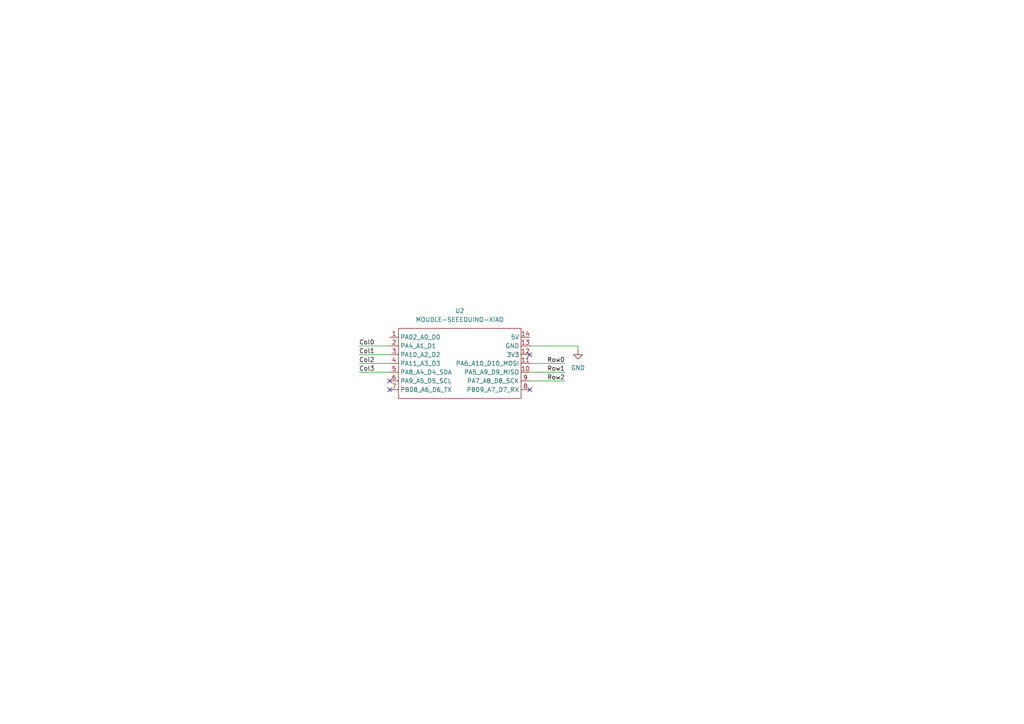
<source format=kicad_sch>
(kicad_sch (version 20250114) (generator "eeschema") (generator_version "9.0")
  (paper "A4")
  (lib_symbols
    (symbol "XIAO_RP2040:MOUDLE-SEEEDUINO-XIAO"
      (property "Reference" "U" (at -16.51 11.43 0))
      (property "Value" "MOUDLE-SEEEDUINO-XIAO" (at -3.81 -11.43 0))
      (symbol "MOUDLE-SEEEDUINO-XIAO_0_1"
        (rectangle (start -16.51 10.16) (end 19.05 -10.16))
      )
      (symbol "MOUDLE-SEEEDUINO-XIAO_1_1"
        (pin passive line (at -19.05 7.62 0) (length 2.54) (name "PA02_A0_D0") (number "1"))
        (pin passive line (at -19.05 5.08 0) (length 2.54) (name "PA4_A1_D1") (number "2"))
        (pin passive line (at -19.05 2.54 0) (length 2.54) (name "PA10_A2_D2") (number "3"))
        (pin passive line (at -19.05 0 0) (length 2.54) (name "PA11_A3_D3") (number "4"))
        (pin passive line (at -19.05 -2.54 0) (length 2.54) (name "PA8_A4_D4_SDA") (number "5"))
        (pin passive line (at -19.05 -5.08 0) (length 2.54) (name "PA9_A5_D5_SCL") (number "6"))
        (pin passive line (at -19.05 -7.62 0) (length 2.54) (name "PB08_A6_D6_TX") (number "7"))
        (pin passive line (at 21.59 7.62 180) (length 2.54) (name "5V") (number "14"))
        (pin passive line (at 21.59 5.08 180) (length 2.54) (name "GND") (number "13"))
        (pin passive line (at 21.59 2.54 180) (length 2.54) (name "3V3") (number "12"))
        (pin passive line (at 21.59 0 180) (length 2.54) (name "PA6_A10_D10_MOSI") (number "11"))
        (pin passive line (at 21.59 -2.54 180) (length 2.54) (name "PA5_A9_D9_MISO") (number "10"))
        (pin passive line (at 21.59 -5.08 180) (length 2.54) (name "PA7_A8_D8_SCK") (number "9"))
        (pin passive line (at 21.59 -7.62 180) (length 2.54) (name "PB09_A7_D7_RX") (number "8"))
      )
    )
    (symbol "power:GND" (power) (pin_numbers (hide yes)) (pin_names (offset 0) (hide yes))
      (property "Value" "GND" (at 0 -3.81 0))
      (symbol "GND_0_1"
        (polyline (pts (xy 0 0) (xy 0 -1.27) (xy 1.27 -1.27) (xy 0 -2.54) (xy -1.27 -1.27) (xy 0 -1.27)))
      )
      (symbol "GND_1_1"
        (pin power_in line (at 0 0 270) (length 0) (name "~") (number "1"))
      )
    )
  )
  (no_connect (at 153.67 113.03))
  (no_connect (at 113.03 113.03))
  (no_connect (at 153.67 102.87))
  (no_connect (at 113.03 110.49))
  (wire (pts (xy 104.14 107.95) (xy 113.03 107.95)))
  (wire (pts (xy 153.67 105.41) (xy 163.83 105.41)))
  (wire (pts (xy 153.67 100.33) (xy 167.64 100.33)))
  (wire (pts (xy 153.67 110.49) (xy 163.83 110.49)))
  (wire (pts (xy 104.14 105.41) (xy 113.03 105.41)))
  (wire (pts (xy 104.14 102.87) (xy 113.03 102.87)))
  (wire (pts (xy 167.64 100.33) (xy 167.64 101.6)))
  (wire (pts (xy 153.67 107.95) (xy 163.83 107.95)))
  (wire (pts (xy 104.14 100.33) (xy 113.03 100.33)))
  (label "Col2" (at 104.14 105.41 0))
  (label "Col3" (at 104.14 107.95 0))
  (label "Col1" (at 104.14 102.87 0))
  (label "Row2" (at 163.83 110.49 180))
  (label "Col0" (at 104.14 100.33 0))
  (label "Row1" (at 163.83 107.95 180))
  (label "Row0" (at 163.83 105.41 180))
  (symbol (lib_id "XIAO_RP2040:MOUDLE-SEEEDUINO-XIAO") (at 132.08 105.41 0) (unit 1)
    (property "Reference" "U2" (at 133.35 90.17 0))
    (property "Value" "MOUDLE-SEEEDUINO-XIAO" (at 133.35 92.71 0))
    (property "Footprint" "Seeed Studio XIAO Series Library:XIAO-RP2040-DIP" (effects (hide yes)))
  )
  (symbol (lib_id "power:GND") (at 167.64 101.6 0) (unit 1)
    (property "Reference" "#PWR02" (effects (hide yes)))
    (property "Value" "GND" (at 167.64 106.68 0))
    (property "Description" "Power symbol creates a global label with name \"GND\" , ground" (effects (hide yes)))
  )
)
</source>
